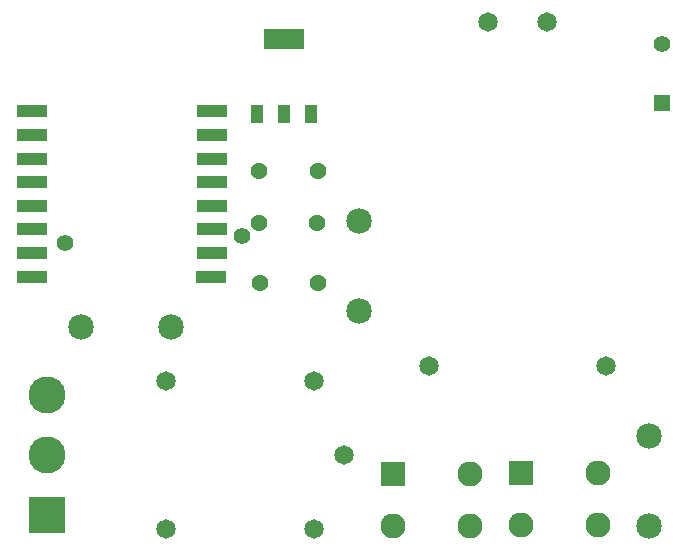
<source format=gts>
G04 Layer_Color=8388736*
%FSLAX24Y24*%
%MOIN*%
G70*
G01*
G75*
%ADD28R,0.0444X0.0641*%
%ADD29R,0.1349X0.0660*%
%ADD30R,0.1034X0.0444*%
%ADD31R,0.0550X0.0550*%
%ADD32C,0.0550*%
%ADD33C,0.1231*%
%ADD34R,0.1231X0.1231*%
%ADD35C,0.0562*%
%ADD36C,0.0837*%
%ADD37R,0.0837X0.0837*%
%ADD38C,0.0650*%
%ADD39C,0.0850*%
D28*
X9136Y15000D02*
D03*
X10041D02*
D03*
X10936Y15010D02*
D03*
D29*
X10040Y17490D02*
D03*
D30*
X1630Y15086D02*
D03*
Y14298D02*
D03*
Y13511D02*
D03*
Y12724D02*
D03*
Y11936D02*
D03*
Y11149D02*
D03*
Y10361D02*
D03*
Y9574D02*
D03*
X7630Y10361D02*
D03*
Y11149D02*
D03*
Y11936D02*
D03*
Y12724D02*
D03*
Y13511D02*
D03*
Y14298D02*
D03*
Y15086D02*
D03*
X7614Y9574D02*
D03*
D31*
X22640Y15360D02*
D03*
D32*
Y17328D02*
D03*
X8640Y10930D02*
D03*
X2720Y10700D02*
D03*
D33*
X2140Y5640D02*
D03*
Y3640D02*
D03*
D34*
Y1640D02*
D03*
D35*
X9210Y13080D02*
D03*
X11160D02*
D03*
X9230Y9350D02*
D03*
X11180D02*
D03*
X11140Y11360D02*
D03*
X9190D02*
D03*
D36*
X17940Y1288D02*
D03*
X20499D02*
D03*
Y3020D02*
D03*
X16229Y3010D02*
D03*
Y1278D02*
D03*
X13670D02*
D03*
D37*
X17940Y3020D02*
D03*
X13670Y3010D02*
D03*
D38*
X14873Y6600D02*
D03*
X20779D02*
D03*
X16841Y18050D02*
D03*
X18810D02*
D03*
X12020Y3620D02*
D03*
X11036Y1159D02*
D03*
X6114D02*
D03*
Y6081D02*
D03*
X11036D02*
D03*
D39*
X22210Y4260D02*
D03*
Y1260D02*
D03*
X12540Y8430D02*
D03*
Y11430D02*
D03*
X6270Y7880D02*
D03*
X3270D02*
D03*
M02*

</source>
